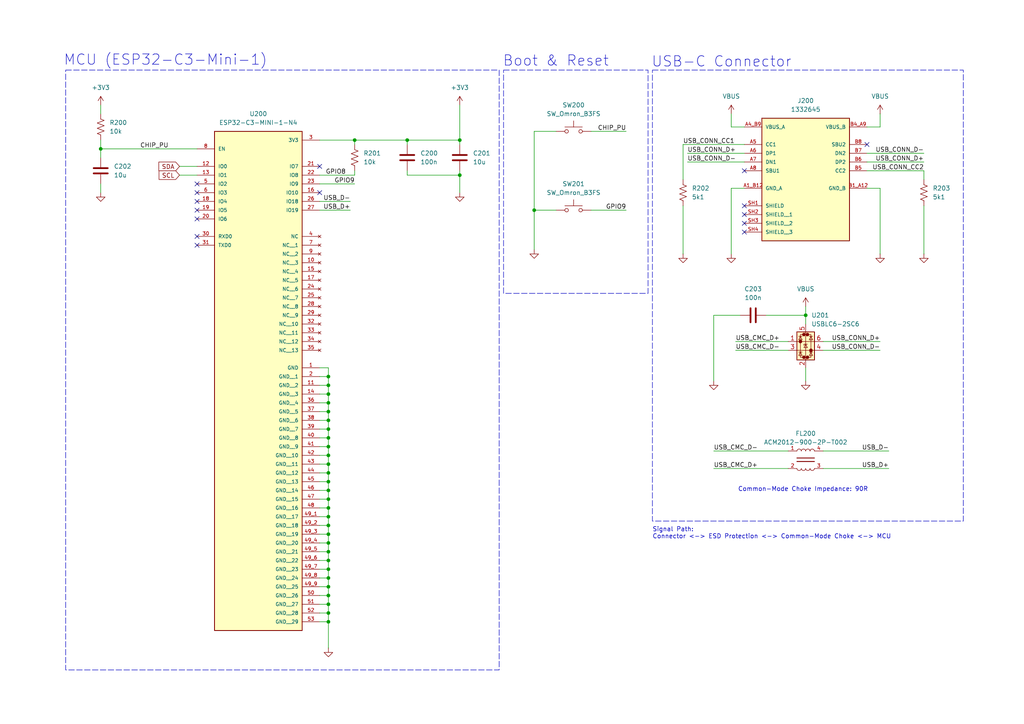
<source format=kicad_sch>
(kicad_sch (version 20231120) (generator "eeschema") (generator_version "8.0")
  (paper "A4")
  (title_block (title "MCU") (date "2025-02-02") (rev "C") (company "GlideSense Pro") (comment 1 "Josue Cavazos Jr.") (comment 2 "Andrew Thomas"))
  (lib_symbols
    (symbol "CMC:ACM2012-900-2P-T002" (pin_names (offset 1.016))
      (property "Reference" "FL" (at -5.0849 5.0849 0))
      (property "Value" "ACM2012-900-2P-T002" (at -5.0939 -7.6409 0))
      (symbol "ACM2012-900-2P-T002_0_0"
        (arc (start -2.54 -2.54) (mid -1.905 -3.1147) (end -1.27 -2.54) (stroke (width 0.1524)))
        (arc (start -1.27 -2.54) (mid -0.635 -3.1147) (end 0 -2.54) (stroke (width 0.1524)))
        (arc (start -1.27 2.54) (mid -1.905 3.1147) (end -2.54 2.54) (stroke (width 0.1524)))
        (arc (start 0 -2.54) (mid 0.635 -3.1147) (end 1.27 -2.54) (stroke (width 0.1524)))
        (polyline (pts (xy 2.54 -0.508) (xy -2.54 -0.508)) (stroke (width 0.254)))
        (polyline (pts (xy 2.54 0.508) (xy -2.54 0.508)) (stroke (width 0.254)))
        (arc (start 0 2.54) (mid -0.635 3.1147) (end -1.27 2.54) (stroke (width 0.1524)))
        (arc (start 1.27 -2.54) (mid 1.905 -3.1147) (end 2.54 -2.54) (stroke (width 0.1524)))
        (arc (start 1.27 2.54) (mid 0.635 3.1147) (end 0 2.54) (stroke (width 0.1524)))
        (arc (start 2.54 2.54) (mid 1.905 3.1147) (end 1.27 2.54) (stroke (width 0.1524)))
        (pin passive line (at -5.08 2.54 0) (length 2.54) (name "~") (number "1"))
        (pin passive line (at -5.08 -2.54 0) (length 2.54) (name "~") (number "2"))
        (pin passive line (at 5.08 -2.54 180) (length 2.54) (name "~") (number "3"))
        (pin passive line (at 5.08 2.54 180) (length 2.54) (name "~") (number "4"))
      )
    )
    (symbol "Device:C" (pin_numbers hide) (pin_names (offset 0.254))
      (property "Reference" "C" (at 0.635 2.54 0))
      (property "Value" "C" (at 0.635 -2.54 0))
      (symbol "C_0_1"
        (polyline (pts (xy -2.032 -0.762) (xy 2.032 -0.762)) (stroke (width 0.508)))
        (polyline (pts (xy -2.032 0.762) (xy 2.032 0.762)) (stroke (width 0.508)))
      )
      (symbol "C_1_1"
        (pin passive line (at 0 3.81 270) (length 2.794) (name "~") (number "1"))
        (pin passive line (at 0 -3.81 90) (length 2.794) (name "~") (number "2"))
      )
    )
    (symbol "Device:R_US" (pin_numbers hide) (pin_names (offset 0))
      (property "Reference" "R" (at 2.54 0 90))
      (property "Value" "R_US" (at -2.54 0 90))
      (symbol "R_US_0_1"
        (polyline (pts (xy 0 -2.286) (xy 0 -2.54)))
        (polyline (pts (xy 0 2.286) (xy 0 2.54)))
        (polyline (pts (xy 0 -0.762) (xy 1.016 -1.143) (xy 0 -1.524) (xy -1.016 -1.905) (xy 0 -2.286)))
        (polyline (pts (xy 0 0.762) (xy 1.016 0.381) (xy 0 0) (xy -1.016 -0.381) (xy 0 -0.762)))
        (polyline (pts (xy 0 2.286) (xy 1.016 1.905) (xy 0 1.524) (xy -1.016 1.143) (xy 0 0.762)))
      )
      (symbol "R_US_1_1"
        (pin passive line (at 0 3.81 270) (length 1.27) (name "~") (number "1"))
        (pin passive line (at 0 -3.81 90) (length 1.27) (name "~") (number "2"))
      )
    )
    (symbol "ESP32-C3-MINI-1-N4:ESP32-C3-MINI-1-N4" (pin_names (offset 1.016))
      (property "Reference" "U" (at -12.7 18.796 0))
      (property "Value" "ESP32-C3-MINI-1-N4" (at -12.7 -129.54 0))
      (symbol "ESP32-C3-MINI-1-N4_0_0"
        (rectangle (start -12.7 -127) (end 12.7 17.78) (stroke (width 0.254)) (fill (type background)))
        (pin power_in line (at 17.78 -50.8 180) (length 5.08) (name "GND") (number "1"))
        (pin no_connect line (at 17.78 -20.32 180) (length 5.08) (name "NC__3") (number "10"))
        (pin power_in line (at 17.78 -55.88 180) (length 5.08) (name "GND__2") (number "11"))
        (pin bidirectional line (at -17.78 7.62 0) (length 5.08) (name "IO0") (number "12"))
        (pin bidirectional line (at -17.78 5.08 0) (length 5.08) (name "IO1") (number "13"))
        (pin power_in line (at 17.78 -58.42 180) (length 5.08) (name "GND__3") (number "14"))
        (pin no_connect line (at 17.78 -22.86 180) (length 5.08) (name "NC__4") (number "15"))
        (pin bidirectional line (at 17.78 0 180) (length 5.08) (name "IO10") (number "16"))
        (pin no_connect line (at 17.78 -25.4 180) (length 5.08) (name "NC__5") (number "17"))
        (pin bidirectional line (at -17.78 -2.54 0) (length 5.08) (name "IO4") (number "18"))
        (pin bidirectional line (at -17.78 -5.08 0) (length 5.08) (name "IO5") (number "19"))
        (pin power_in line (at 17.78 -53.34 180) (length 5.08) (name "GND__1") (number "2"))
        (pin bidirectional line (at -17.78 -7.62 0) (length 5.08) (name "IO6") (number "20"))
        (pin bidirectional line (at 17.78 7.62 180) (length 5.08) (name "IO7") (number "21"))
        (pin bidirectional line (at 17.78 5.08 180) (length 5.08) (name "IO8") (number "22"))
        (pin bidirectional line (at 17.78 2.54 180) (length 5.08) (name "IO9") (number "23"))
        (pin no_connect line (at 17.78 -27.94 180) (length 5.08) (name "NC__6") (number "24"))
        (pin no_connect line (at 17.78 -30.48 180) (length 5.08) (name "NC__7") (number "25"))
        (pin bidirectional line (at 17.78 -2.54 180) (length 5.08) (name "IO18") (number "26"))
        (pin bidirectional line (at 17.78 -5.08 180) (length 5.08) (name "IO19") (number "27"))
        (pin no_connect line (at 17.78 -33.02 180) (length 5.08) (name "NC__8") (number "28"))
        (pin no_connect line (at 17.78 -35.56 180) (length 5.08) (name "NC__9") (number "29"))
        (pin power_in line (at 17.78 15.24 180) (length 5.08) (name "3V3") (number "3"))
        (pin bidirectional line (at -17.78 -12.7 0) (length 5.08) (name "RXD0") (number "30"))
        (pin bidirectional line (at -17.78 -15.24 0) (length 5.08) (name "TXD0") (number "31"))
        (pin no_connect line (at 17.78 -38.1 180) (length 5.08) (name "NC__10") (number "32"))
        (pin no_connect line (at 17.78 -40.64 180) (length 5.08) (name "NC__11") (number "33"))
        (pin no_connect line (at 17.78 -43.18 180) (length 5.08) (name "NC__12") (number "34"))
        (pin no_connect line (at 17.78 -45.72 180) (length 5.08) (name "NC__13") (number "35"))
        (pin power_in line (at 17.78 -60.96 180) (length 5.08) (name "GND__4") (number "36"))
        (pin power_in line (at 17.78 -63.5 180) (length 5.08) (name "GND__5") (number "37"))
        (pin power_in line (at 17.78 -66.04 180) (length 5.08) (name "GND__6") (number "38"))
        (pin power_in line (at 17.78 -68.58 180) (length 5.08) (name "GND__7") (number "39"))
        (pin no_connect line (at 17.78 -12.7 180) (length 5.08) (name "NC") (number "4"))
        (pin power_in line (at 17.78 -71.12 180) (length 5.08) (name "GND__8") (number "40"))
        (pin power_in line (at 17.78 -73.66 180) (length 5.08) (name "GND__9") (number "41"))
        (pin power_in line (at 17.78 -76.2 180) (length 5.08) (name "GND__10") (number "42"))
        (pin power_in line (at 17.78 -78.74 180) (length 5.08) (name "GND__11") (number "43"))
        (pin power_in line (at 17.78 -81.28 180) (length 5.08) (name "GND__12") (number "44"))
        (pin power_in line (at 17.78 -83.82 180) (length 5.08) (name "GND__13") (number "45"))
        (pin power_in line (at 17.78 -86.36 180) (length 5.08) (name "GND__14") (number "46"))
        (pin power_in line (at 17.78 -88.9 180) (length 5.08) (name "GND__15") (number "47"))
        (pin power_in line (at 17.78 -91.44 180) (length 5.08) (name "GND__16") (number "48"))
        (pin power_in line (at 17.78 -93.98 180) (length 5.08) (name "GND__17") (number "49_1"))
        (pin power_in line (at 17.78 -96.52 180) (length 5.08) (name "GND__18") (number "49_2"))
        (pin power_in line (at 17.78 -99.06 180) (length 5.08) (name "GND__19") (number "49_3"))
        (pin power_in line (at 17.78 -101.6 180) (length 5.08) (name "GND__20") (number "49_4"))
        (pin power_in line (at 17.78 -104.14 180) (length 5.08) (name "GND__21") (number "49_5"))
        (pin power_in line (at 17.78 -106.68 180) (length 5.08) (name "GND__22") (number "49_6"))
        (pin power_in line (at 17.78 -109.22 180) (length 5.08) (name "GND__23") (number "49_7"))
        (pin power_in line (at 17.78 -111.76 180) (length 5.08) (name "GND__24") (number "49_8"))
        (pin power_in line (at 17.78 -114.3 180) (length 5.08) (name "GND__25") (number "49_9"))
        (pin bidirectional line (at -17.78 2.54 0) (length 5.08) (name "IO2") (number "5"))
        (pin power_in line (at 17.78 -116.84 180) (length 5.08) (name "GND__26") (number "50"))
        (pin power_in line (at 17.78 -119.38 180) (length 5.08) (name "GND__27") (number "51"))
        (pin power_in line (at 17.78 -121.92 180) (length 5.08) (name "GND__28") (number "52"))
        (pin power_in line (at 17.78 -124.46 180) (length 5.08) (name "GND__29") (number "53"))
        (pin bidirectional line (at -17.78 0 0) (length 5.08) (name "IO3") (number "6"))
        (pin no_connect line (at 17.78 -15.24 180) (length 5.08) (name "NC__1") (number "7"))
        (pin input line (at -17.78 12.7 0) (length 5.08) (name "EN") (number "8"))
        (pin no_connect line (at 17.78 -17.78 180) (length 5.08) (name "NC__2") (number "9"))
      )
    )
    (symbol "Power_Protection:USBLC6-2SC6" (pin_names hide)
      (property "Reference" "U" (at 0.635 5.715 0))
      (property "Value" "USBLC6-2SC6" (at 0.635 3.81 0))
      (symbol "USBLC6-2SC6_0_0"
        (circle (center -1.524 0) (radius 0.0001) (stroke (width 0.508)))
        (circle (center -0.508 -4.572) (radius 0.0001) (stroke (width 0.508)))
        (circle (center -0.508 2.032) (radius 0.0001) (stroke (width 0.508)))
        (circle (center 0.508 -4.572) (radius 0.0001) (stroke (width 0.508)))
        (circle (center 0.508 2.032) (radius 0.0001) (stroke (width 0.508)))
        (circle (center 1.524 -2.54) (radius 0.0001) (stroke (width 0.508)))
      )
      (symbol "USBLC6-2SC6_0_1"
        (polyline (pts (xy -2.54 -2.54) (xy 2.54 -2.54)))
        (polyline (pts (xy -2.54 0) (xy 2.54 0)))
        (polyline (pts (xy -2.032 -3.048) (xy -1.016 -3.048)))
        (polyline (pts (xy -1.016 1.524) (xy -2.032 1.524)))
        (polyline (pts (xy 1.016 -3.048) (xy 2.032 -3.048)))
        (polyline (pts (xy 1.016 1.524) (xy 2.032 1.524)))
        (polyline (pts (xy -0.508 -1.143) (xy -0.508 -0.762) (xy 0.508 -0.762)))
        (polyline (pts (xy -2.032 0.508) (xy -1.016 0.508) (xy -1.524 1.524) (xy -2.032 0.508)))
        (polyline (pts (xy -1.016 -4.064) (xy -2.032 -4.064) (xy -1.524 -3.048) (xy -1.016 -4.064)))
        (polyline (pts (xy 0.508 -1.778) (xy -0.508 -1.778) (xy 0 -0.762) (xy 0.508 -1.778)))
        (polyline (pts (xy 2.032 -4.064) (xy 1.016 -4.064) (xy 1.524 -3.048) (xy 2.032 -4.064)))
        (polyline (pts (xy 2.032 0.508) (xy 1.016 0.508) (xy 1.524 1.524) (xy 2.032 0.508)))
        (polyline (pts (xy 0 2.54) (xy -0.508 2.032) (xy 0.508 2.032) (xy 0 1.524) (xy 0 -4.064) (xy -0.508 -4.572) (xy 0.508 -4.572) (xy 0 -5.08)))
      )
      (symbol "USBLC6-2SC6_1_1"
        (rectangle (start -2.54 2.794) (end 2.54 -5.334) (stroke (width 0.254)) (fill (type background)))
        (polyline (pts (xy -0.508 2.032) (xy -1.524 2.032) (xy -1.524 -4.572) (xy -0.508 -4.572)))
        (polyline (pts (xy 0.508 -4.572) (xy 1.524 -4.572) (xy 1.524 2.032) (xy 0.508 2.032)))
        (pin passive line (at -5.08 0 0) (length 2.54) (name "I/O1") (number "1"))
        (pin passive line (at 0 -7.62 90) (length 2.54) (name "GND") (number "2"))
        (pin passive line (at -5.08 -2.54 0) (length 2.54) (name "I/O2") (number "3"))
        (pin passive line (at 5.08 -2.54 180) (length 2.54) (name "I/O2") (number "4"))
        (pin passive line (at 0 5.08 270) (length 2.54) (name "VBUS") (number "5"))
        (pin passive line (at 5.08 0 180) (length 2.54) (name "I/O1") (number "6"))
      )
    )
    (symbol "Switch:SW_Omron_B3FS" (pin_numbers hide) (pin_names (offset 1.016) hide)
      (property "Reference" "SW" (at 1.27 2.54 0))
      (property "Value" "SW_Omron_B3FS" (at 0 -1.524 0))
      (symbol "SW_Omron_B3FS_0_1"
        (circle (center -2.032 0) (radius 0.508))
        (polyline (pts (xy 0 1.27) (xy 0 3.048)))
        (polyline (pts (xy 2.54 1.27) (xy -2.54 1.27)))
        (circle (center 2.032 0) (radius 0.508))
        (pin passive line (at -5.08 0 0) (length 2.54) (name "1") (number "1"))
        (pin passive line (at 5.08 0 180) (length 2.54) (name "2") (number "2"))
      )
    )
    (symbol "USB-C:1332645" (pin_names (offset 1.016))
      (property "Reference" "J" (at -12.7 13.462 0))
      (property "Value" "1332645" (at -12.7 -25.4 0))
      (symbol "1332645_0_0"
        (rectangle (start -12.7 -22.86) (end 12.7 12.7) (stroke (width 0.254)) (fill (type background)))
        (pin power_in line (at -17.78 -7.62 0) (length 5.08) (name "GND_A") (number "A1_B12"))
        (pin power_in line (at -17.78 10.16 0) (length 5.08) (name "VBUS_A") (number "A4_B9"))
        (pin bidirectional line (at -17.78 5.08 0) (length 5.08) (name "CC1") (number "A5"))
        (pin bidirectional line (at -17.78 2.54 0) (length 5.08) (name "DP1") (number "A6"))
        (pin bidirectional line (at -17.78 0 0) (length 5.08) (name "DN1") (number "A7"))
        (pin bidirectional line (at -17.78 -2.54 0) (length 5.08) (name "SBU1") (number "A8"))
        (pin power_in line (at 17.78 -7.62 180) (length 5.08) (name "GND_B") (number "B1_A12"))
        (pin power_in line (at 17.78 10.16 180) (length 5.08) (name "VBUS_B") (number "B4_A9"))
        (pin bidirectional line (at 17.78 -2.54 180) (length 5.08) (name "CC2") (number "B5"))
        (pin bidirectional line (at 17.78 0 180) (length 5.08) (name "DP2") (number "B6"))
        (pin bidirectional line (at 17.78 2.54 180) (length 5.08) (name "DN2") (number "B7"))
        (pin bidirectional line (at 17.78 5.08 180) (length 5.08) (name "SBU2") (number "B8"))
        (pin passive line (at -17.78 -12.7 0) (length 5.08) (name "SHIELD") (number "SH1"))
        (pin passive line (at -17.78 -15.24 0) (length 5.08) (name "SHIELD__1") (number "SH2"))
        (pin passive line (at -17.78 -17.78 0) (length 5.08) (name "SHIELD__2") (number "SH3"))
        (pin passive line (at -17.78 -20.32 0) (length 5.08) (name "SHIELD__3") (number "SH4"))
      )
    )
    (symbol "power:+3V3" (power) (pin_numbers hide) (pin_names (offset 0) hide)
      (property "Value" "+3V3" (at 0 3.556 0))
      (symbol "+3V3_0_1"
        (polyline (pts (xy -0.762 1.27) (xy 0 2.54)))
        (polyline (pts (xy 0 0) (xy 0 2.54)))
        (polyline (pts (xy 0 2.54) (xy 0.762 1.27)))
      )
      (symbol "+3V3_1_1"
        (pin power_in line (at 0 0 90) (length 0) (name "~") (number "1"))
      )
    )
    (symbol "power:GND" (power) (pin_numbers hide) (pin_names (offset 0) hide)
      (property "Value" "GND" (at 0 -3.81 0))
      (symbol "GND_0_1"
        (polyline (pts (xy 0 0) (xy 0 -1.27) (xy 1.27 -1.27) (xy 0 -2.54) (xy -1.27 -1.27) (xy 0 -1.27)))
      )
      (symbol "GND_1_1"
        (pin power_in line (at 0 0 270) (length 0) (name "~") (number "1"))
      )
    )
    (symbol "power:VBUS" (power) (pin_numbers hide) (pin_names (offset 0) hide)
      (property "Value" "VBUS" (at 0 3.556 0))
      (symbol "VBUS_0_1"
        (polyline (pts (xy -0.762 1.27) (xy 0 2.54)))
        (polyline (pts (xy 0 0) (xy 0 2.54)))
        (polyline (pts (xy 0 2.54) (xy 0.762 1.27)))
      )
      (symbol "VBUS_1_1"
        (pin power_in line (at 0 0 90) (length 0) (name "~") (number "1"))
      )
    )
  )
  (junction (at 95.25 152.4))
  (junction (at 95.25 180.34))
  (junction (at 95.25 119.38))
  (junction (at 102.87 40.64))
  (junction (at 95.25 142.24))
  (junction (at 95.25 111.76))
  (junction (at 95.25 160.02))
  (junction (at 95.25 175.26))
  (junction (at 133.35 50.8))
  (junction (at 95.25 116.84))
  (junction (at 95.25 132.08))
  (junction (at 95.25 167.64))
  (junction (at 95.25 121.92))
  (junction (at 95.25 124.46))
  (junction (at 118.11 40.64))
  (junction (at 233.68 91.44))
  (junction (at 95.25 177.8))
  (junction (at 95.25 154.94))
  (junction (at 95.25 147.32))
  (junction (at 95.25 139.7))
  (junction (at 154.94 60.96))
  (junction (at 95.25 134.62))
  (junction (at 95.25 157.48))
  (junction (at 95.25 162.56))
  (junction (at 95.25 172.72))
  (junction (at 95.25 127))
  (junction (at 95.25 165.1))
  (junction (at 95.25 114.3))
  (junction (at 95.25 149.86))
  (junction (at 95.25 109.22))
  (junction (at 95.25 170.18))
  (junction (at 95.25 144.78))
  (junction (at 95.25 137.16))
  (junction (at 95.25 129.54))
  (junction (at 133.35 40.64))
  (junction (at 29.21 43.18))
  (no_connect (at 57.15 60.96))
  (no_connect (at 57.15 71.12))
  (no_connect (at 215.9 49.53))
  (no_connect (at 215.9 59.69))
  (no_connect (at 57.15 68.58))
  (no_connect (at 57.15 63.5))
  (no_connect (at 215.9 64.77))
  (no_connect (at 92.71 55.88))
  (no_connect (at 215.9 62.23))
  (no_connect (at 251.46 41.91))
  (no_connect (at 57.15 53.34))
  (no_connect (at 57.15 58.42))
  (no_connect (at 215.9 67.31))
  (no_connect (at 92.71 48.26))
  (no_connect (at 57.15 55.88))
  (wire (pts (xy 92.71 142.24) (xy 95.25 142.24)))
  (wire (pts (xy 199.39 44.45) (xy 215.9 44.45)))
  (wire (pts (xy 29.21 55.88) (xy 29.21 53.34)))
  (wire (pts (xy 102.87 50.8) (xy 102.87 49.53)))
  (wire (pts (xy 198.12 41.91) (xy 215.9 41.91)))
  (wire (pts (xy 92.71 58.42) (xy 101.6 58.42)))
  (wire (pts (xy 95.25 116.84) (xy 95.25 119.38)))
  (wire (pts (xy 92.71 111.76) (xy 95.25 111.76)))
  (wire (pts (xy 95.25 114.3) (xy 95.25 116.84)))
  (wire (pts (xy 92.71 121.92) (xy 95.25 121.92)))
  (wire (pts (xy 212.09 73.66) (xy 212.09 54.61)))
  (wire (pts (xy 95.25 180.34) (xy 95.25 187.96)))
  (wire (pts (xy 212.09 54.61) (xy 215.9 54.61)))
  (wire (pts (xy 238.76 99.06) (xy 255.27 99.06)))
  (wire (pts (xy 222.25 91.44) (xy 233.68 91.44)))
  (wire (pts (xy 133.35 49.53) (xy 133.35 50.8)))
  (wire (pts (xy 213.36 99.06) (xy 228.6 99.06)))
  (wire (pts (xy 102.87 40.64) (xy 118.11 40.64)))
  (wire (pts (xy 95.25 170.18) (xy 95.25 172.72)))
  (wire (pts (xy 251.46 46.99) (xy 267.97 46.99)))
  (wire (pts (xy 92.71 124.46) (xy 95.25 124.46)))
  (wire (pts (xy 92.71 129.54) (xy 95.25 129.54)))
  (wire (pts (xy 233.68 88.9) (xy 233.68 91.44)))
  (wire (pts (xy 213.36 101.6) (xy 228.6 101.6)))
  (wire (pts (xy 29.21 45.72) (xy 29.21 43.18)))
  (wire (pts (xy 92.71 40.64) (xy 102.87 40.64)))
  (wire (pts (xy 92.71 180.34) (xy 95.25 180.34)))
  (wire (pts (xy 92.71 162.56) (xy 95.25 162.56)))
  (wire (pts (xy 95.25 175.26) (xy 95.25 177.8)))
  (wire (pts (xy 171.45 60.96) (xy 181.61 60.96)))
  (wire (pts (xy 95.25 109.22) (xy 95.25 111.76)))
  (wire (pts (xy 95.25 165.1) (xy 95.25 167.64)))
  (wire (pts (xy 118.11 40.64) (xy 118.11 41.91)))
  (wire (pts (xy 95.25 167.64) (xy 95.25 170.18)))
  (wire (pts (xy 199.39 46.99) (xy 215.9 46.99)))
  (wire (pts (xy 171.45 38.1) (xy 181.61 38.1)))
  (wire (pts (xy 92.71 154.94) (xy 95.25 154.94)))
  (wire (pts (xy 95.25 132.08) (xy 95.25 134.62)))
  (wire (pts (xy 118.11 50.8) (xy 133.35 50.8)))
  (wire (pts (xy 207.01 110.49) (xy 207.01 91.44)))
  (wire (pts (xy 92.71 116.84) (xy 95.25 116.84)))
  (wire (pts (xy 238.76 101.6) (xy 255.27 101.6)))
  (wire (pts (xy 52.07 48.26) (xy 57.15 48.26)))
  (wire (pts (xy 207.01 91.44) (xy 214.63 91.44)))
  (wire (pts (xy 92.71 109.22) (xy 95.25 109.22)))
  (wire (pts (xy 198.12 59.69) (xy 198.12 73.66)))
  (wire (pts (xy 92.71 152.4) (xy 95.25 152.4)))
  (wire (pts (xy 154.94 60.96) (xy 161.29 60.96)))
  (wire (pts (xy 95.25 162.56) (xy 95.25 165.1)))
  (wire (pts (xy 29.21 40.64) (xy 29.21 43.18)))
  (wire (pts (xy 238.76 130.81) (xy 257.81 130.81)))
  (wire (pts (xy 95.25 144.78) (xy 95.25 147.32)))
  (wire (pts (xy 92.71 53.34) (xy 102.87 53.34)))
  (wire (pts (xy 154.94 60.96) (xy 154.94 72.39)))
  (wire (pts (xy 95.25 139.7) (xy 95.25 142.24)))
  (wire (pts (xy 251.46 44.45) (xy 267.97 44.45)))
  (wire (pts (xy 95.25 124.46) (xy 95.25 127)))
  (wire (pts (xy 133.35 30.48) (xy 133.35 40.64)))
  (wire (pts (xy 95.25 121.92) (xy 95.25 124.46)))
  (wire (pts (xy 92.71 165.1) (xy 95.25 165.1)))
  (wire (pts (xy 29.21 30.48) (xy 29.21 33.02)))
  (wire (pts (xy 52.07 50.8) (xy 57.15 50.8)))
  (wire (pts (xy 95.25 157.48) (xy 95.25 160.02)))
  (wire (pts (xy 92.71 177.8) (xy 95.25 177.8)))
  (wire (pts (xy 92.71 167.64) (xy 95.25 167.64)))
  (wire (pts (xy 207.01 135.89) (xy 228.6 135.89)))
  (wire (pts (xy 95.25 172.72) (xy 95.25 175.26)))
  (wire (pts (xy 255.27 33.02) (xy 255.27 36.83)))
  (wire (pts (xy 95.25 142.24) (xy 95.25 144.78)))
  (wire (pts (xy 95.25 152.4) (xy 95.25 154.94)))
  (wire (pts (xy 92.71 50.8) (xy 102.87 50.8)))
  (wire (pts (xy 207.01 130.81) (xy 228.6 130.81)))
  (wire (pts (xy 267.97 49.53) (xy 251.46 49.53)))
  (wire (pts (xy 92.71 139.7) (xy 95.25 139.7)))
  (wire (pts (xy 92.71 170.18) (xy 95.25 170.18)))
  (wire (pts (xy 92.71 119.38) (xy 95.25 119.38)))
  (wire (pts (xy 95.25 119.38) (xy 95.25 121.92)))
  (wire (pts (xy 161.29 38.1) (xy 154.94 38.1)))
  (wire (pts (xy 215.9 36.83) (xy 212.09 36.83)))
  (wire (pts (xy 92.71 149.86) (xy 95.25 149.86)))
  (wire (pts (xy 233.68 106.68) (xy 233.68 110.49)))
  (wire (pts (xy 95.25 160.02) (xy 95.25 162.56)))
  (wire (pts (xy 95.25 129.54) (xy 95.25 132.08)))
  (wire (pts (xy 95.25 134.62) (xy 95.25 137.16)))
  (wire (pts (xy 92.71 147.32) (xy 95.25 147.32)))
  (wire (pts (xy 154.94 38.1) (xy 154.94 60.96)))
  (wire (pts (xy 267.97 52.07) (xy 267.97 49.53)))
  (wire (pts (xy 92.71 172.72) (xy 95.25 172.72)))
  (wire (pts (xy 95.25 154.94) (xy 95.25 157.48)))
  (wire (pts (xy 92.71 157.48) (xy 95.25 157.48)))
  (wire (pts (xy 255.27 73.66) (xy 255.27 54.61)))
  (wire (pts (xy 267.97 59.69) (xy 267.97 73.66)))
  (wire (pts (xy 92.71 175.26) (xy 95.25 175.26)))
  (wire (pts (xy 95.25 149.86) (xy 95.25 152.4)))
  (wire (pts (xy 95.25 147.32) (xy 95.25 149.86)))
  (wire (pts (xy 95.25 127) (xy 95.25 129.54)))
  (wire (pts (xy 212.09 36.83) (xy 212.09 33.02)))
  (wire (pts (xy 95.25 177.8) (xy 95.25 180.34)))
  (wire (pts (xy 198.12 52.07) (xy 198.12 41.91)))
  (wire (pts (xy 92.71 114.3) (xy 95.25 114.3)))
  (wire (pts (xy 133.35 40.64) (xy 133.35 41.91)))
  (wire (pts (xy 102.87 40.64) (xy 102.87 41.91)))
  (wire (pts (xy 255.27 54.61) (xy 251.46 54.61)))
  (wire (pts (xy 92.71 134.62) (xy 95.25 134.62)))
  (wire (pts (xy 133.35 50.8) (xy 133.35 55.88)))
  (wire (pts (xy 92.71 132.08) (xy 95.25 132.08)))
  (wire (pts (xy 29.21 43.18) (xy 57.15 43.18)))
  (wire (pts (xy 118.11 49.53) (xy 118.11 50.8)))
  (wire (pts (xy 118.11 40.64) (xy 133.35 40.64)))
  (wire (pts (xy 95.25 106.68) (xy 95.25 109.22)))
  (wire (pts (xy 92.71 127) (xy 95.25 127)))
  (wire (pts (xy 233.68 91.44) (xy 233.68 93.98)))
  (wire (pts (xy 92.71 137.16) (xy 95.25 137.16)))
  (wire (pts (xy 95.25 111.76) (xy 95.25 114.3)))
  (wire (pts (xy 238.76 135.89) (xy 257.81 135.89)))
  (wire (pts (xy 92.71 106.68) (xy 95.25 106.68)))
  (wire (pts (xy 92.71 60.96) (xy 101.6 60.96)))
  (wire (pts (xy 92.71 160.02) (xy 95.25 160.02)))
  (wire (pts (xy 255.27 36.83) (xy 251.46 36.83)))
  (wire (pts (xy 95.25 137.16) (xy 95.25 139.7)))
  (wire (pts (xy 92.71 144.78) (xy 95.25 144.78)))
  (rectangle (start 189.23 20.32) (end 279.4 151.13) (stroke (width 0) (type dash)))
  (rectangle (start 146.05 20.32) (end 187.96 85.09) (stroke (width 0) (type dash)))
  (rectangle (start 19.05 20.32) (end 144.78 194.31) (stroke (width 0) (type dash)))
  (text "Signal Path:\nConnector <-> ESD Protection <-> Common-Mode Choke <-> MCU" (at 189.23 154.686 0) (effects (font (size 1.27 1.27)) (justify left)))
  (text "USB-C Connector" (at 209.296 16.256 0) (effects (font (size 3 3)) (justify top)))
  (text "Common-Mode Choke Impedance: 90R" (at 232.918 141.986 0) (effects (font (size 1.27 1.27))))
  (text "Boot & Reset" (at 145.796 16.002 0) (effects (font (size 3 3)) (justify left top)))
  (text "MCU (ESP32-C3-Mini-1)" (at 48.006 15.748 0) (effects (font (size 3 3)) (justify top)))
  (label "USB_CONN_D+" (at 255.27 99.06 180))
  (label "CHIP_PU" (at 181.61 38.1 180))
  (label "USB_CMC_D-" (at 213.36 101.6 0))
  (label "USB_CMC_D+" (at 213.36 99.06 0))
  (label "GPIO9" (at 102.87 53.34 180))
  (label "USB_D-" (at 257.81 130.81 180))
  (label "GPIO8" (at 100.33 50.8 180))
  (label "USB_CONN_D-" (at 267.97 44.45 180))
  (label "USB_CONN_CC1" (at 198.12 41.91 0))
  (label "USB_D+" (at 257.81 135.89 180))
  (label "USB_D-" (at 101.6 58.42 180))
  (label "USB_CMC_D+" (at 207.01 135.89 0))
  (label "USB_CONN_CC2" (at 267.97 49.53 180))
  (label "USB_CONN_D+" (at 199.39 44.45 0))
  (label "USB_CONN_D+" (at 267.97 46.99 180))
  (label "GPIO9" (at 181.61 60.96 180))
  (label "CHIP_PU" (at 40.64 43.18 0))
  (label "USB_D+" (at 101.6 60.96 180))
  (label "USB_CONN_D-" (at 255.27 101.6 180))
  (label "USB_CONN_D-" (at 199.39 46.99 0))
  (label "USB_CMC_D-" (at 207.01 130.81 0))
  (global_label "SCL" (shape input) (at 52.07 50.8 180) (property "Intersheetrefs" "${INTERSHEET_REFS}" (effects (hide yes))))
  (global_label "SDA" (shape input) (at 52.07 48.26 180) (property "Intersheetrefs" "${INTERSHEET_REFS}" (effects (hide yes))))
  (symbol (lib_id "Power_Protection:USBLC6-2SC6") (at 233.68 99.06 0) (unit 1)
    (property "Reference" "U201" (at 235.3311 91.44 0) (effects (justify left)))
    (property "Value" "USBLC6-2SC6" (at 235.3311 93.98 0) (effects (justify left)))
    (property "Footprint" "Package_TO_SOT_SMD:SOT-23-6" (effects (hide yes)))
    (property "Datasheet" "https://www.st.com/resource/en/datasheet/usblc6-2.pdf" (effects (hide yes)))
    (property "Description" "Very low capacitance ESD protection diode, 2 data-line, SOT-23-6" (effects (hide yes)))
  )
  (symbol (lib_id "Device:R_US") (at 267.97 55.88 0) (unit 1)
    (property "Reference" "R203" (at 270.51 54.6099 0) (effects (justify left)))
    (property "Value" "5k1" (at 270.51 57.1499 0) (effects (justify left)))
    (property "Footprint" "Resistor_SMD:R_0603_1608Metric_Pad0.98x0.95mm_HandSolder" (effects (hide yes)))
    (property "Description" "Resistor, US symbol" (effects (hide yes)))
  )
  (symbol (lib_id "power:GND") (at 133.35 55.88 0) (unit 1)
    (property "Reference" "#PWR205" (effects (hide yes)))
    (property "Value" "GND" (effects (hide yes)))
    (property "Description" "Power symbol creates a global label with name \"GND\" , ground" (effects (hide yes)))
  )
  (symbol (lib_id "power:VBUS") (at 255.27 33.02 0) (unit 1)
    (property "Reference" "#PWR203" (effects (hide yes)))
    (property "Value" "VBUS" (at 255.27 27.94 0))
    (property "Description" "Power symbol creates a global label with name \"VBUS\"" (effects (hide yes)))
  )
  (symbol (lib_id "power:GND") (at 198.12 73.66 0) (unit 1)
    (property "Reference" "#PWR207" (effects (hide yes)))
    (property "Value" "GND" (effects (hide yes)))
    (property "Description" "Power symbol creates a global label with name \"GND\" , ground" (effects (hide yes)))
  )
  (symbol (lib_id "power:GND") (at 233.68 110.49 0) (unit 1)
    (property "Reference" "#PWR213" (effects (hide yes)))
    (property "Value" "GND" (effects (hide yes)))
    (property "Description" "Power symbol creates a global label with name \"GND\" , ground" (effects (hide yes)))
  )
  (symbol (lib_id "power:VBUS") (at 212.09 33.02 0) (unit 1)
    (property "Reference" "#PWR202" (effects (hide yes)))
    (property "Value" "VBUS" (at 212.09 27.94 0))
    (property "Description" "Power symbol creates a global label with name \"VBUS\"" (effects (hide yes)))
  )
  (symbol (lib_id "power:GND") (at 207.01 110.49 0) (unit 1)
    (property "Reference" "#PWR212" (effects (hide yes)))
    (property "Value" "GND" (effects (hide yes)))
    (property "Description" "Power symbol creates a global label with name \"GND\" , ground" (effects (hide yes)))
  )
  (symbol (lib_id "Device:R_US") (at 29.21 36.83 0) (unit 1)
    (property "Reference" "R200" (at 31.75 35.5599 0) (effects (justify left)))
    (property "Value" "10k" (at 31.75 38.0999 0) (effects (justify left)))
    (property "Footprint" "Resistor_SMD:R_0603_1608Metric_Pad0.98x0.95mm_HandSolder" (effects (hide yes)))
    (property "Description" "Resistor, US symbol" (effects (hide yes)))
  )
  (symbol (lib_id "power:GND") (at 95.25 187.96 0) (unit 1)
    (property "Reference" "#PWR214" (effects (hide yes)))
    (property "Value" "GND" (effects (hide yes)))
    (property "Description" "Power symbol creates a global label with name \"GND\" , ground" (effects (hide yes)))
  )
  (symbol (lib_id "Device:C") (at 218.44 91.44 270) (unit 1)
    (property "Reference" "C203" (at 218.44 83.82 90))
    (property "Value" "100n" (at 218.44 86.36 90))
    (property "Footprint" "Capacitor_SMD:C_0603_1608Metric_Pad1.08x0.95mm_HandSolder" (effects (hide yes)))
    (property "Description" "Unpolarized capacitor" (effects (hide yes)))
  )
  (symbol (lib_id "power:VBUS") (at 233.68 88.9 0) (unit 1)
    (property "Reference" "#PWR211" (effects (hide yes)))
    (property "Value" "VBUS" (at 233.68 83.82 0))
    (property "Description" "Power symbol creates a global label with name \"VBUS\"" (effects (hide yes)))
  )
  (symbol (lib_id "power:GND") (at 29.21 55.88 0) (unit 1)
    (property "Reference" "#PWR204" (effects (hide yes)))
    (property "Value" "GND" (effects (hide yes)))
    (property "Description" "Power symbol creates a global label with name \"GND\" , ground" (effects (hide yes)))
  )
  (symbol (lib_id "power:+3V3") (at 29.21 30.48 0) (unit 1)
    (property "Reference" "#PWR200" (effects (hide yes)))
    (property "Value" "+3V3" (at 29.21 25.4 0))
    (property "Description" "Power symbol creates a global label with name \"+3V3\"" (effects (hide yes)))
  )
  (symbol (lib_id "power:+3V3") (at 133.35 30.48 0) (unit 1)
    (property "Reference" "#PWR201" (effects (hide yes)))
    (property "Value" "+3V3" (at 133.35 25.4 0))
    (property "Description" "Power symbol creates a global label with name \"+3V3\"" (effects (hide yes)))
  )
  (symbol (lib_id "Device:C") (at 29.21 49.53 0) (unit 1)
    (property "Reference" "C202" (at 33.02 48.2599 0) (effects (justify left)))
    (property "Value" "10u" (at 33.02 50.7999 0) (effects (justify left)))
    (property "Footprint" "Capacitor_SMD:C_0603_1608Metric_Pad1.08x0.95mm_HandSolder" (effects (hide yes)))
    (property "Description" "Unpolarized capacitor" (effects (hide yes)))
  )
  (symbol (lib_id "power:GND") (at 255.27 73.66 0) (unit 1)
    (property "Reference" "#PWR209" (effects (hide yes)))
    (property "Value" "GND" (effects (hide yes)))
    (property "Description" "Power symbol creates a global label with name \"GND\" , ground" (effects (hide yes)))
  )
  (symbol (lib_id "USB-C:1332645") (at 233.68 46.99 0) (unit 1)
    (property "Reference" "J200" (at 233.68 29.21 0))
    (property "Value" "1332645" (at 233.68 31.75 0))
    (property "Footprint" "USB-C:PHOENIX_1332645" (effects (hide yes)))
    (property "PARTREV" "17.01.2022" (effects (hide yes)))
    (property "STANDARD" "Manufacturer Recommendations" (effects (hide yes)))
    (property "MAXIMUM_PACKAGE_HEIGHT" "3.26mm" (effects (hide yes)))
    (property "MANUFACTURER" "Phoenix Contact" (effects (hide yes)))
  )
  (symbol (lib_id "ESP32-C3-MINI-1-N4:ESP32-C3-MINI-1-N4") (at 74.93 55.88 0) (unit 1)
    (property "Reference" "U200" (at 74.93 33.02 0))
    (property "Value" "ESP32-C3-MINI-1-N4" (at 74.93 35.56 0))
    (property "Footprint" "ESP32_C3_MINI_1_N4:XCVR_ESP32-C3-MINI-1-N4" (effects (hide yes)))
    (property "PARTREV" "v1.0" (effects (hide yes)))
    (property "STANDARD" "Manufacturer Recommendations" (effects (hide yes)))
    (property "MAXIMUM_PACKAGE_HEIGHT" "2.55mm" (effects (hide yes)))
    (property "MANUFACTURER" "Espressif Systems" (effects (hide yes)))
  )
  (symbol (lib_id "Device:C") (at 133.35 45.72 0) (unit 1)
    (property "Reference" "C201" (at 137.16 44.4499 0) (effects (justify left)))
    (property "Value" "10u" (at 137.16 46.9899 0) (effects (justify left)))
    (property "Footprint" "Capacitor_SMD:C_0603_1608Metric_Pad1.08x0.95mm_HandSolder" (effects (hide yes)))
    (property "Description" "Unpolarized capacitor" (effects (hide yes)))
  )
  (symbol (lib_id "power:GND") (at 212.09 73.66 0) (unit 1)
    (property "Reference" "#PWR208" (effects (hide yes)))
    (property "Value" "GND" (effects (hide yes)))
    (property "Description" "Power symbol creates a global label with name \"GND\" , ground" (effects (hide yes)))
  )
  (symbol (lib_id "Switch:SW_Omron_B3FS") (at 166.37 60.96 0) (unit 1)
    (property "Reference" "SW201" (at 166.37 53.34 0))
    (property "Value" "SW_Omron_B3FS" (at 166.37 55.88 0))
    (property "Footprint" "Button_Switch_THT:SW_PUSH_6mm" (effects (hide yes)))
    (property "Datasheet" "https://omronfs.omron.com/en_US/ecb/products/pdf/en-b3fs.pdf" (effects (hide yes)))
    (property "Description" "Omron B3FS 6x6mm single pole normally-open tactile switch" (effects (hide yes)))
  )
  (symbol (lib_id "CMC:ACM2012-900-2P-T002") (at 233.68 133.35 0) (unit 1)
    (property "Reference" "FL200" (at 233.68 125.73 0))
    (property "Value" "ACM2012-900-2P-T002" (at 233.68 128.27 0))
    (property "Footprint" "CMC:FIL_ACM2012-900-2P-T002" (effects (hide yes)))
    (property "MANUFACTURER" "TDK" (effects (hide yes)))
  )
  (symbol (lib_id "power:GND") (at 267.97 73.66 0) (unit 1)
    (property "Reference" "#PWR210" (effects (hide yes)))
    (property "Value" "GND" (effects (hide yes)))
    (property "Description" "Power symbol creates a global label with name \"GND\" , ground" (effects (hide yes)))
  )
  (symbol (lib_id "Device:R_US") (at 198.12 55.88 0) (unit 1)
    (property "Reference" "R202" (at 200.66 54.6099 0) (effects (justify left)))
    (property "Value" "5k1" (at 200.66 57.1499 0) (effects (justify left)))
    (property "Footprint" "Resistor_SMD:R_0603_1608Metric_Pad0.98x0.95mm_HandSolder" (effects (hide yes)))
    (property "Description" "Resistor, US symbol" (effects (hide yes)))
  )
  (symbol (lib_id "power:GND") (at 154.94 72.39 0) (unit 1)
    (property "Reference" "#PWR206" (effects (hide yes)))
    (property "Value" "GND" (effects (hide yes)))
    (property "Description" "Power symbol creates a global label with name \"GND\" , ground" (effects (hide yes)))
  )
  (symbol (lib_id "Device:C") (at 118.11 45.72 0) (unit 1)
    (property "Reference" "C200" (at 121.92 44.4499 0) (effects (justify left)))
    (property "Value" "100n" (at 121.92 46.9899 0) (effects (justify left)))
    (property "Footprint" "Capacitor_SMD:C_0603_1608Metric_Pad1.08x0.95mm_HandSolder" (effects (hide yes)))
    (property "Description" "Unpolarized capacitor" (effects (hide yes)))
  )
  (symbol (lib_id "Device:R_US") (at 102.87 45.72 0) (unit 1)
    (property "Reference" "R201" (at 105.41 44.4499 0) (effects (justify left)))
    (property "Value" "10k" (at 105.41 46.9899 0) (effects (justify left)))
    (property "Footprint" "Resistor_SMD:R_0603_1608Metric_Pad0.98x0.95mm_HandSolder" (effects (hide yes)))
    (property "Description" "Resistor, US symbol" (effects (hide yes)))
  )
  (symbol (lib_id "Switch:SW_Omron_B3FS") (at 166.37 38.1 0) (unit 1)
    (property "Reference" "SW200" (at 166.37 30.48 0))
    (property "Value" "SW_Omron_B3FS" (at 166.37 33.02 0))
    (property "Footprint" "Button_Switch_THT:SW_PUSH_6mm" (effects (hide yes)))
    (property "Datasheet" "https://omronfs.omron.com/en_US/ecb/products/pdf/en-b3fs.pdf" (effects (hide yes)))
    (property "Description" "Omron B3FS 6x6mm single pole normally-open tactile switch" (effects (hide yes)))
  )
)
</source>
